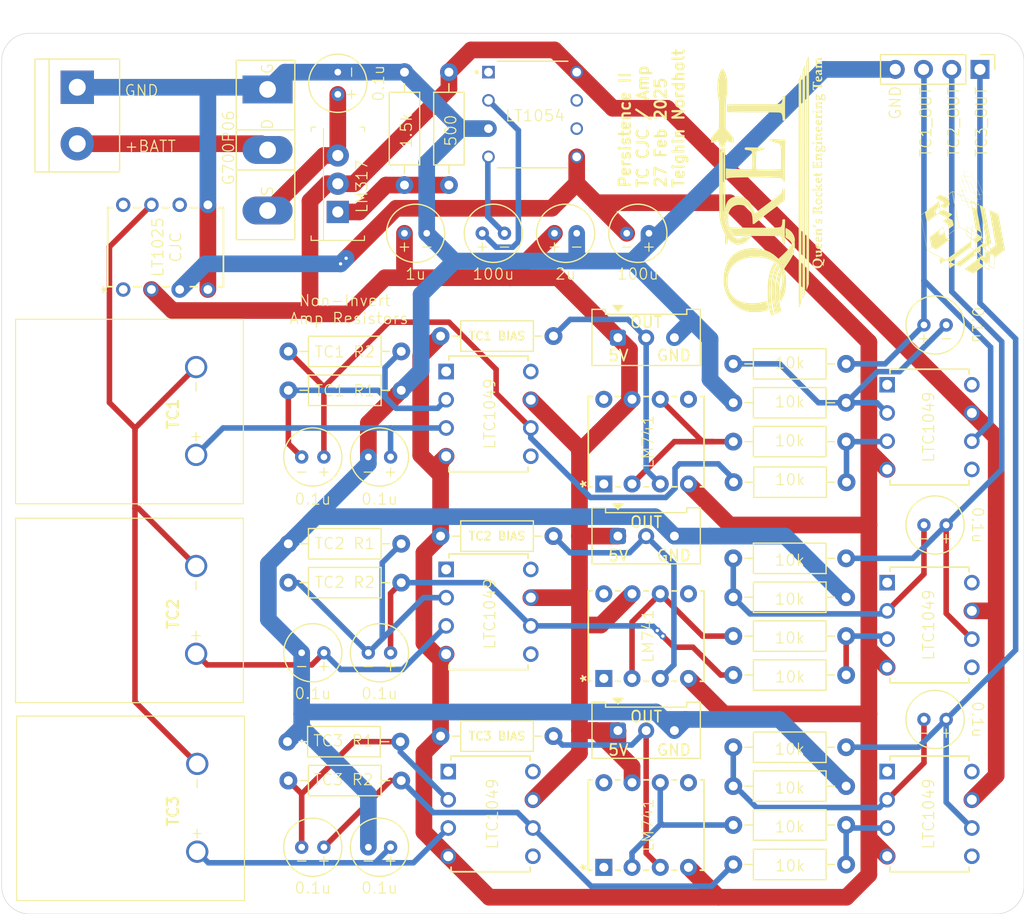
<source format=kicad_pcb>
(kicad_pcb (version 20240108) (generator "pcbnew") (generator_version "8.0")
  (layers (0 "F.Cu" signal) (31 "B.Cu" signal) (34 "B.Paste" user) (35 "F.Paste" user) (36 "B.SilkS" user "B.Silkscreen") (37 "F.SilkS" user "F.Silkscreen") (38 "B.Mask" user) (39 "F.Mask" user) (44 "Edge.Cuts" user))
  (net 0 "")
  (net 1 "SIG1_AMPED")
  (net 2 "Net-(U2--IN)")
  (net 3 "TC1_+")
  (net 4 "-BATT")
  (net 5 "Net-(U3-CAP+)")
  (net 6 "Net-(U3-CAP-)")
  (net 7 "+5V")
  (net 8 "-5V")
  (net 9 "TC1_OUT")
  (net 10 "Net-(U5--IN)")
  (net 11 "TC2_+")
  (net 12 "SIG2_AMPED")
  (net 13 "Net-(U8--IN)")
  (net 14 "Net-(U9--IN)")
  (net 15 "TC2_OUT")
  (net 16 "TC3_+")
  (net 17 "SIG3_AMPED")
  (net 18 "Net-(U12--IN)")
  (net 19 "TC3_OUT")
  (net 20 "Net-(U13--IN)")
  (net 21 "Net-(Q1-S)")
  (net 22 "TC1_-")
  (net 23 "+BATT")
  (net 24 "Net-(U7-+)")
  (net 25 "Net-(U4-+)")
  (net 26 "SIG1_BIAS")
  (net 27 "Net-(U5-+IN)")
  (net 28 "Net-(U9-+IN)")
  (net 29 "SIG2_BIAS")
  (net 30 "Net-(U11-+)")
  (net 31 "SIG3_BIAS")
  (net 32 "Net-(U13-+IN)")
  (net 33 "Net-(U14-ADJ)")
  (footprint "Footprints:PDIP-8_N" (layer "F.Cu") (at 140.81 89.81)
    (property "Reference" "U9" (hide yes))
    (property "Value" "LTC1049CN8_PBF")
  )
  (footprint "Capacitor_THT:C_Radial_D5.0mm_H5.0mm_P2.00mm" (layer "F.Cu") (at 86.5 70.88)
    (property "Reference" "C2" (hide yes))
    (property "Value" "0.1u")
  )
  (footprint "Resistor_THT:R_Axial_DIN0207_L6.3mm_D2.5mm_P10.16mm_Horizontal" (layer "F.Cu") (at 89.46 64.88 180)
    (property "Reference" "R1" (hide yes))
    (property "Value" "R_US")
  )
  (footprint "Capacitor_THT:C_Radial_D5.0mm_H5.0mm_P2.00mm" (layer "F.Cu") (at 138.5 77 180)
    (property "Reference" "C9" (hide yes))
    (property "Value" "0.1u")
  )
  (footprint "Capacitor_THT:C_Radial_D5.0mm_H5.0mm_P2.00mm" (layer "F.Cu") (at 136.5 59)
    (property "Reference" "C6" (hide yes))
    (property "Value" "0.1u")
  )
  (footprint "Resistor_THT:R_Axial_DIN0207_L6.3mm_D2.5mm_P10.16mm_Horizontal" (layer "F.Cu") (at 119.34 107.55)
    (property "Reference" "R19" (hide yes))
    (property "Value" "10k")
  )
  (footprint "Resistor_THT:R_Axial_DIN0207_L6.3mm_D2.5mm_P10.16mm_Horizontal" (layer "F.Cu") (at 129.5 66 180)
    (property "Reference" "R8" (hide yes))
    (property "Value" "10k")
  )
  (footprint "Capacitor_THT:C_Radial_D5.0mm_H5.0mm_P2.00mm" (layer "F.Cu") (at 111.75 50.75 180)
    (property "Reference" "C5" (hide yes))
    (property "Value" "100u")
  )
  (footprint "Resistor_THT:R_Axial_DIN0207_L6.3mm_D2.5mm_P10.16mm_Horizontal" (layer "F.Cu") (at 119.37 73.15)
    (property "Reference" "R6" (hide yes))
    (property "Value" "10k")
  )
  (footprint "TerminalBlock:TerminalBlock_bornier-2_P5.08mm" (layer "F.Cu") (at 60.305 37.61 -90)
    (property "Reference" "J2" (hide yes))
    (property "Value" "Screw_Terminal_01x02")
  )
  (footprint "Resistor_THT:R_Axial_DIN0207_L6.3mm_D2.5mm_P10.16mm_Horizontal" (layer "F.Cu") (at 79.3 100)
    (property "Reference" "R17" (hide yes))
    (property "Value" "R_US")
  )
  (footprint "Capacitor_THT:C_Radial_D5.0mm_H5.0mm_P2.00mm" (layer "F.Cu") (at 105.25 50.75 180)
    (property "Reference" "C4" (hide yes))
    (property "Value" "2u")
  )
  (footprint "Footprints:PDIP8_LT1025CN8-PBF_ADI" (layer "F.Cu") (at 64.44 55.81 90)
    (property "Reference" "U15" (hide yes))
    (property "Value" "LT1025CN8-PBF")
  )
  (footprint "MountingHole:MountingHole_3.2mm_M3_DIN965" (layer "F.Cu") (at 58.5 52)
    (property "Reference" "H1" (hide yes))
    (property "Value" "MountingHole")
  )
  (footprint "Resistor_THT:R_Axial_DIN0207_L6.3mm_D2.5mm_P10.16mm_Horizontal" (layer "F.Cu") (at 79.22 96.5)
    (property "Reference" "R16" (hide yes))
    (property "Value" "R_US")
  )
  (footprint "Potentiometer_THT:Potentiometer_Bourns_3386W_Horizontal" (layer "F.Cu") (at 108.96 60.1475)
    (property "Reference" "RV1" (hide yes))
    (property "Value" "R_Potentiometer_US")
  )
  (footprint "Resistor_THT:R_Axial_DIN0207_L6.3mm_D2.5mm_P10.16mm_Horizontal" (layer "F.Cu") (at 119.34 62.5)
    (property "Reference" "R7" (hide yes))
    (property "Value" "10k")
  )
  (footprint "digikey-footprints:TO-220-3" (layer "F.Cu") (at 83.75 48.83 90)
    (property "Reference" "U14" (hide yes))
    (property "Value" "LM317T")
  )
  (footprint "Resistor_THT:R_Axial_DIN0207_L6.3mm_D2.5mm_P10.16mm_Horizontal" (layer "F.Cu") (at 93 96)
    (property "Reference" "R15" (hide yes))
    (property "Value" "R_US")
  )
  (footprint "Capacitor_THT:C_Radial_D5.0mm_H5.0mm_P2.00mm" (layer "F.Cu") (at 83.75 38.25 90)
    (property "Reference" "C13" (hide yes))
    (property "Value" "0.1u")
  )
  (footprint "Resistor_THT:R_Axial_DIN0207_L6.3mm_D2.5mm_P10.16mm_Horizontal" (layer "F.Cu") (at 119.34 87)
    (property "Reference" "R11" (hide yes))
    (property "Value" "10k")
  )
  (footprint "Resistor_THT:R_Axial_DIN0207_L6.3mm_D2.5mm_P10.16mm_Horizontal" (layer "F.Cu") (at 119.34 83.5)
    (property "Reference" "R13" (hide yes))
    (property "Value" "10k")
  )
  (footprint "Capacitor_THT:C_Radial_D5.0mm_H5.0mm_P2.00mm" (layer "F.Cu") (at 138.5 94.5 180)
    (property "Reference" "C12" (hide yes))
    (property "Value" "0.1u")
  )
  (footprint "Resistor_THT:R_Axial_DIN0207_L6.3mm_D2.5mm_P10.16mm_Horizontal" (layer "F.Cu") (at 93 78)
    (property "Reference" "R3" (hide yes))
    (property "Value" "R_US")
  )
  (footprint "Footprints:PDIP-8_N" (layer "F.Cu") (at 101.31 106.81)
    (property "Reference" "U12" (hide yes))
    (property "Value" "LTC1049CN8_PBF")
  )
  (footprint "Footprints:TC_SOCKET" (layer "F.Cu") (at 54.75 84.64 90)
    (property "Reference" "J4" (hide yes))
    (property "Value" "Screw_Terminal_01x02")
  )
  (footprint "LOGO" (layer "F.Cu") (at 140.259817 50.353845 -53)
    (property "Reference" "G***" (hide yes))
    (property "Value" "LOGO" (hide yes))
  )
  (footprint "Capacitor_THT:C_Radial_D5.0mm_H5.0mm_P2.00mm" (layer "F.Cu") (at 86.5 88.5)
    (property "Reference" "C8" (hide yes))
    (property "Value" "0.1u")
  )
  (footprint "Resistor_THT:R_Axial_DIN0207_L6.3mm_D2.5mm_P10.16mm_Horizontal" (layer "F.Cu") (at 119.34 80)
    (property "Reference" "R14" (hide yes))
    (property "Value" "10k")
  )
  (footprint "Connector_PinHeader_2.54mm:PinHeader_1x04_P2.54mm_Vertical" (layer "F.Cu") (at 141.54 36 -90)
    (property "Reference" "J3" (hide yes))
    (property "Value" "Conn_01x04_Pin")
  )
  (footprint "Footprints:J08A_TEX" (layer "F.Cu") (at 107.69 73.31 90)
    (property "Reference" "U4" (hide yes))
    (property "Value" "LM741")
  )
  (footprint "Capacitor_THT:C_Radial_D5.0mm_H5.0mm_P2.00mm" (layer "F.Cu") (at 96.75 50.75)
    (property "Reference" "C3" (hide yes))
    (property "Value" "100u")
  )
  (footprint "MountingHole:MountingHole_3.2mm_M3_DIN965" (layer "F.Cu") (at 58.5 107.25)
    (property "Reference" "H3" (hide yes))
    (property "Value" "MountingHole")
  )
  (footprint "Resistor_THT:R_Axial_DIN0207_L6.3mm_D2.5mm_P10.16mm_Horizontal" (layer "F.Cu") (at 89.75 46.41 90)
    (property "Reference" "R22" (hide yes))
    (property "Value" "1.5k")
  )
  (footprint "Resistor_THT:R_Axial_DIN0207_L6.3mm_D2.5mm_P10.16mm_Horizontal" (layer "F.Cu") (at 93 60)
    (property "Reference" "R4" (hide yes))
    (property "Value" "R_US")
  )
  (footprint "Footprints:TC_SOCKET" (layer "F.Cu") (at 54.85 102.45 90)
    (property "Reference" "J5" (hide yes))
    (property "Value" "Screw_Terminal_01x02")
  )
  (footprint "Footprints:J08A_TEX" (layer "F.Cu") (at 107.69 107.81 90)
    (property "Reference" "U11" (hide yes))
    (property "Value" "LM741")
  )
  (footprint "Footprints:DIP794W45P254L959H508Q8" (layer "F.Cu") (at 101.28 40.06)
    (property "Reference" "U3" (hide yes))
    (property "Value" "LT1054")
  )
  (footprint "Resistor_THT:R_Axial_DIN0207_L6.3mm_D2.5mm_P10.16mm_Horizontal" (layer "F.Cu") (at 89.46 61.38 180)
    (property "Reference" "R2" (hide yes))
    (property "Value" "R_US")
  )
  (footprint "Resistor_THT:R_Axial_DIN0207_L6.3mm_D2.5mm_P10.16mm_Horizontal" (layer "F.Cu") (at 119.34 100.5)
    (property "Reference" "R20" (hide yes))
    (property "Value" "10k")
  )
  (footprint "Capacitor_THT:C_Radial_D5.0mm_H5.0mm_P2.00mm" (layer "F.Cu") (at 80.5 106)
    (property "Reference" "C11" (hide yes))
    (property "Value" "0.1u")
  )
  (footprint "Capacitor_THT:C_Radial_D5.0mm_H5.0mm_P2.00mm" (layer "F.Cu") (at 89.75 50.75)
    (property "Reference" "C14" (hide yes))
    (property "Value" "1u")
  )
  (footprint "Resistor_THT:R_Axial_DIN0207_L6.3mm_D2.5mm_P10.16mm_Horizontal" (layer "F.Cu") (at 119.34 97)
    (property "Reference" "R21" (hide yes))
    (property "Value" "10k")
  )
  (footprint "Resistor_THT:R_Axial_DIN0207_L6.3mm_D2.5mm_P10.16mm_Horizontal" (layer "F.Cu") (at 79.3 78.69)
    (property "Reference" "R9" (hide yes))
    (property "Value" "R_US")
  )
  (footprint "LOGO" (layer "F.Cu") (at 123.112293 47.329475 90)
    (property "Reference" "G***" (hide yes))
    (property "Value" "LOGO" (hide yes))
  )
  (footprint "Footprints:PDIP-8_N" (layer "F.Cu") (at 101.12 70.81)
    (property "Reference" "U2" (hide yes))
    (property "Value" "LTC1049CN8_PBF")
  )
  (footprint "Potentiometer_THT:Potentiometer_Bourns_3386W_Horizontal" (layer "F.Cu") (at 108.96 95.5)
    (property "Reference" "RV3" (hide yes))
    (property "Value" "R_Potentiometer_US")
  )
  (footprint "Resistor_THT:R_Axial_DIN0207_L6.3mm_D2.5mm_P10.16mm_Horizontal" (layer "F.Cu") (at 79.3 82.19)
    (property "Reference" "R10" (hide yes))
    (property "Value" "R_US")
  )
  (footprint "Resistor_THT:R_Axial_DIN0207_L6.3mm_D2.5mm_P10.16mm_Horizontal" (layer "F.Cu") (at 119.34 69.5)
    (property "Reference" "R5" (hide yes))
    (property "Value" "10k")
  )
  (footprint "Capacitor_THT:C_Radial_D5.0mm_H5.0mm_P2.00mm" (layer "F.Cu") (at 80.5 88.5)
    (property "Reference" "C7" (hide yes))
    (property "Value" "0.1u")
  )
  (footprint "Footprints:PDIP-8_N" (layer "F.Cu") (at 140.81 72)
    (property "Reference" "U5" (hide yes))
    (property "Value" "LTC1049CN8_PBF")
  )
  (footprint "Potentiometer_THT:Potentiometer_Bourns_3386W_Horizontal" (layer "F.Cu") (at 108.96 78)
    (property "Reference" "RV2" (hide yes))
    (property "Value" "R_Potentiometer_US")
  )
  (footprint "Resistor_THT:R_Axial_DIN0207_L6.3mm_D2.5mm_P10.16mm_Horizontal" (layer "F.Cu") (at 93.75 36.25 -90)
    (property "Reference" "R23" (hide yes))
    (property "Value" "500")
  )
  (footprint "Resistor_THT:R_Axial_DIN0207_L6.3mm_D2.5mm_P10.16mm_Horizontal" (layer "F.Cu") (at 119.34 104)
    (property "Reference" "R18" (hide yes))
    (property "Value" "10k")
  )
  (footprint "Footprints:J08A_TEX" (layer "F.Cu") (at 107.69 90.81 90)
    (property "Reference" "U7" (hide yes))
    (property "Value" "LM741")
  )
  (footprint "Footprints:TC_SOCKET" (layer "F.Cu") (at 54.75 66.74 90)
    (property "Reference" "J1" (hide yes))
    (property "Value" "Screw_Terminal_01x02")
  )
  (footprint "Capacitor_THT:C_Radial_D5.0mm_H5.0mm_P2.00mm" (layer "F.Cu") (at 86.5 106)
    (property "Reference" "C10" (hide yes))
    (property "Value" "0.1u")
  )
  (footprint "Footprints:PDIP-8_N" (layer "F.Cu") (at 140.81 106.81)
    (property "Reference" "U13" (hide yes))
    (property "Value" "LTC1049CN8_PBF")
  )
  (footprint "Capacitor_THT:C_Radial_D5.0mm_H5.0mm_P2.00mm" (layer "F.Cu") (at 80.5 70.88)
    (property "Reference" "C1" (hide yes))
    (property "Value" "0.1u")
  )
  (footprint "MountingHole:MountingHole_3.2mm_M3_DIN965" (layer "F.Cu") (at 132.5 52)
    (property "Reference" "H2" (hide yes))
    (property "Value" "MountingHole")
  )
  (footprint "Footprints:PFET_VERT" (layer "F.Cu") (at 77.43 37.8 -90)
    (property "Reference" "Q1" (hide yes))
    (property "Value" "PMOS")
  )
  (footprint "Resistor_THT:R_Axial_DIN0207_L6.3mm_D2.5mm_P10.16mm_Horizontal" (layer "F.Cu") (at 119.34 90.5)
    (property "Reference" "R12" (hide yes))
    (property "Value" "10k")
  )
  (footprint "Footprints:PDIP-8_N" (layer "F.Cu") (at 101.12 88.62)
    (property "Reference" "U8" (hide yes))
    (property "Value" "LTC1049CN8_PBF")
  )
  (gr_line (start 56 112) (end 143 112) (stroke (width 0.05)) (layer "Edge.Cuts"))
  (gr_line (start 145.5 35.25) (end 145.5 109.5) (stroke (width 0.05)) (layer "Edge.Cuts"))
  (gr_line (start 143 32.75) (end 56 32.75) (stroke (width 0.05)) (layer "Edge.Cuts"))
  (gr_arc (start 56 112) (mid 54.232233 111.267767) (end 53.5 109.5) (stroke (width 0.05)) (layer "Edge.Cuts"))
  (gr_line (start 53.5 35.25) (end 53.5 109.5) (stroke (width 0.05)) (layer "Edge.Cuts"))
  (gr_arc (start 53.5 35.25) (mid 54.232233 33.482233) (end 56 32.75) (stroke (width 0.05)) (layer "Edge.Cuts"))
  (gr_arc (start 143 32.75) (mid 144.767767 33.482233) (end 145.5 35.25) (stroke (width 0.05)) (layer "Edge.Cuts"))
  (gr_arc (start 145.5 109.5) (mid 144.767767 111.267767) (end 143 112) (stroke (width 0.05)) (layer "Edge.Cuts"))
  (gr_text "TC1 R2" (at 84.38 62 0) (layer "F.SilkS") (effects (font (size 1 1) (thickness 0.1)) (justify bottom)))
  (gr_text "0.1u" (at 87.5 110.25 0) (layer "F.SilkS") (effects (font (size 1 1) (thickness 0.1)) (justify bottom)))
  (gr_text "0.1u" (at 140.75 59 270) (layer "F.SilkS") (effects (font (size 1 1) (thickness 0.1)) (justify bottom)))
  (gr_text "-" (at 136.5 78.75 0) (layer "F.SilkS") (effects (font (size 1 1) (thickness 0.1)) (justify bottom)))
  (gr_text "LM741" (at 112.25 104 90) (layer "F.SilkS") (effects (font (size 1 1) (thickness 0.1)) (justify bottom)))
  (gr_text "10k" (at 124.42 87.75 0) (layer "F.SilkS") (effects (font (size 1 1) (thickness 0.1)) (justify bottom)))
  (gr_text "+" (at 82.5 107.75 0) (layer "F.SilkS") (effects (font (size 1 1) (thickness 0.1)) (justify bottom)))
  (gr_text "0.1u" (at 87.5 92.75 0) (layer "F.SilkS") (effects (font (size 1 1) (thickness 0.1)) (justify bottom)))
  (gr_text "+" (at 89.75 52.5 0) (layer "F.SilkS") (effects (font (size 1 1) (thickness 0.1)) (justify bottom)))
  (gr_text "5V" (at 109 79.75 0) (layer "F.SilkS") (effects (font (size 1 1))))
  (gr_text "5V" (at 109 61.75 0) (layer "F.SilkS") (effects (font (size 1 1))))
  (gr_text "+" (at 138.5 78.75 0) (layer "F.SilkS") (effects (font (size 1 1) (thickness 0.1)) (justify bottom)))
  (gr_text "GND" (at 114 79.75 0) (layer "F.SilkS") (effects (font (size 1 1))))
  (gr_text "LT1025\nCJC" (at 69.75 52 90) (layer "F.SilkS") (effects (font (size 1 1) (thickness 0.1)) (justify bottom)))
  (gr_text "-" (at 138.5 60.75 0) (layer "F.SilkS") (effects (font (size 1 1) (thickness 0.1)) (justify bottom)))
  (gr_text "TC3 R1" (at 84.25 97 0) (layer "F.SilkS") (effects (font (size 1 1) (thickness 0.1)) (justify bottom)))
  (gr_text "G700P06" (at 74.5 46.5 90) (layer "F.SilkS") (effects (font (size 1 1) (thickness 0.1)) (justify left bottom)))
  (gr_text "OUT" (at 111.5 76.75 0) (layer "F.SilkS") (effects (font (size 1 1))))
  (gr_text "0.1u" (at 87.5 75.25 0) (layer "F.SilkS") (effects (font (size 1 1) (thickness 0.1)) (justify bottom)))
  (gr_text "0.1u\n" (at 88 37.25 90) (layer "F.SilkS") (effects (font (size 1 1) (thickness 0.1)) (justify bottom)))
  (gr_text "10k" (at 124.42 80.75 0) (layer "F.SilkS") (effects (font (size 1 1) (thickness 0.1)) (justify bottom)))
  (gr_text "+" (at 88.5 90.25 0) (layer "F.SilkS") (effects (font (size 1 1) (thickness 0.1)) (justify bottom)))
  (gr_text "Persistence II\nTC CJC / Amp\n27 Feb 2025\nTeighin Nordholt" (at 115 46.75 90) (layer "F.SilkS") (effects (font (size 1 1) (thickness 0.2) (bold yes)) (justify left bottom)))
  (gr_text "TC2 BIAS" (at 98.08 78 0) (layer "F.SilkS") (effects (font (size 0.75 0.75))))
  (gr_text "10k" (at 124.42 66.5 0) (layer "F.SilkS") (effects (font (size 1 1) (thickness 0.1)) (justify bottom)))
  (gr_text "+" (at 88.5 72.75 0) (layer "F.SilkS") (effects (font (size 1 1) (thickness 0.1)) (justify bottom)))
  (gr_text "10k" (at 124.42 63 0) (layer "F.SilkS") (effects (font (size 1 1) (thickness 0.1)) (justify bottom)))
  (gr_text "S" (at 78 47.5 90) (layer "F.SilkS") (effects (font (size 1 1) (thickness 0.1)) (justify left bottom)))
  (gr_text "TC2_OUT" (at 139.75 37.5 90) (layer "F.SilkS") (effects (font (size 1 1) (thickness 0.1)) (justify right bottom)))
  (gr_text "LM741" (at 112.25 87 90) (layer "F.SilkS") (effects (font (size 1 1) (thickness 0.1)) (justify bottom)))
  (gr_text "1.5k" (at 90.5 41.5 90) (layer "F.SilkS") (effects (font (size 1 1) (thickness 0.1)) (justify bottom)))
  (gr_text "TC1" (at 69.5 67 90) (layer "F.SilkS") (effects (font (size 1 1) (thickness 0.2) (bold yes)) (justify bottom)))
  (gr_text "GND" (at 114 61.75 0) (layer "F.SilkS") (effects (font (size 1 1))))
  (gr_text "+" (at 82.5 90.25 0) (layer "F.SilkS") (effects (font (size 1 1) (thickness 0.1)) (justify bottom)))
  (gr_text "-" (at 80.5 107.75 0) (layer "F.SilkS") (effects (font (size 1 1) (thickness 0.1)) (justify bottom)))
  (gr_text "LTC1049" (at 98.25 103 90) (layer "F.SilkS") (effects (font (size 1 1) (thickness 0.1)) (justify bottom)))
  (gr_text "-" (at 86.5 90.25 0) (layer "F.SilkS") (effects (font (size 1 1) (thickness 0.1)) (justify bottom)))
  (gr_text "TC1 R1" (at 84.38 65.5 0) (layer "F.SilkS") (effects (font (size 1 1) (thickness 0.1)) (justify bottom)))
  (gr_text "100u" (at 110.75 55 0) (layer "F.SilkS") (effects (font (size 1 1) (thickness 0.1)) (justify bottom)))
  (gr_text "10k" (at 124.42 84.25 0) (layer "F.SilkS") (effects (font (size 1 1) (thickness 0.1)) (justify bottom)))
  (gr_text "LTC1049" (at 137.5 68.19 90) (layer "F.SilkS") (effects (font (size 1 1) (thickness 0.1)) (justify bottom)))
  (gr_text "500\n" (at 94.5 41.5 90) (layer "F.SilkS") (effects (font (size 1 1) (thickness 0.1)) (justify bottom)))
  (gr_text "-" (at 86.5 72.75 0) (layer "F.SilkS") (effects (font (size 1 1) (thickness 0.1)) (justify bottom)))
  (gr_text "1u" (at 90.75 55 0) (layer "F.SilkS") (effects (font (size 1 1) (thickness 0.1)) (justify bottom)))
  (gr_text "OUT" (at 111.5 58.75 0) (layer "F.SilkS") (effects (font (size 1 1))))
  (gr_text "-" (at 109.75 52.5 0) (layer "F.SilkS") (effects (font (size 1 1) (thickness 0.1)) (justify bottom)))
  (gr_text "LM317" (at 86.5 49 90) (layer "F.SilkS") (effects (font (size 1 1) (thickness 0.1)) (justify left bottom)))
  (gr_text "+" (at 85.5 38.25 90) (layer "F.SilkS") (effects (font (size 1 1) (thickness 0.1)) (justify bottom)))
  (gr_text "0.1u" (at 81.5 92.75 0) (layer "F.SilkS") (effects (font (size 1 1) (thickness 0.1)) (justify bottom)))
  (gr_text "-" (at 105.25 52.5 0) (layer "F.SilkS") (effects (font (size 1 1) (thickness 0.1)) (justify bottom)))
  (gr_text "TC3 BIAS" (at 98.08 96 0) (layer "F.SilkS") (effects (font (size 0.75 0.75))))
  (gr_text "LTC1049" (at 98 67 90) (layer "F.SilkS") (effects (font (size 1 1) (thickness 0.1)) (justify bottom)))
  (gr_text "10k" (at 124.42 101.25 0) (layer "F.SilkS") (effects (font (size 1 1) (thickness 0.1)) (justify bottom)))
  (gr_text "Non-Invert \nAmp Resistors" (at 84.75 59 0) (layer "F.SilkS") (effects (font (size 1 1) (thickness 0.1)) (justify bottom)))
  (gr_text "10k" (at 124.45 108.25 0) (layer "F.SilkS") (effects (font (size 1 1) (thickness 0.1)) (justify bottom)))
  (gr_text "-" (at 86.5 107.75 0) (layer "F.SilkS") (effects (font (size 1 1) (thickness 0.1)) (justify bottom)))
  (gr_text "TC2" (at 69.5 85 90) (layer "F.SilkS") (effects (font (size 1 1) (thickness 0.2) (bold yes)) (justify bottom)))
  (gr_text "+" (at 103.25 52.5 0) (layer "F.SilkS") (effects (font (size 1 1) (thickness 0.1)) (justify bottom)))
  (gr_text "0.1u" (at 81.5 110.25 0) (layer "F.SilkS") (effects (font (size 1 1) (thickness 0.1)) (justify bottom)))
  (gr_text "10k" (at 124.42 104.75 0) (layer "F.SilkS") (effects (font (size 1 1) (thickness 0.1)) (justify bottom)))
  (gr_text "GND" (at 114 97.25 0) (layer "F.SilkS") (effects (font (size 1 1))))
  (gr_text "-" (at 136.5 96.25 0) (layer "F.SilkS") (effects (font (size 1 1) (thickness 0.1)) (justify bottom)))
  (gr_text "10k" (at 124.45 73.5 0) (layer "F.SilkS") (effects (font (size 1 1) (thickness 0.1)) (justify bottom)))
  (gr_text "TC2 R1" (at 84.38 79.25 0) (layer "F.SilkS") (effects (font (size 1 1) (thickness 0.1)) (justify bottom)))
  (gr_text "10k" (at 124.42 97.75 0) (layer "F.SilkS") (effects (font (size 1 1) (thickness 0.1)) (justify bottom)))
  (gr_text "+" (at 96.75 52.5 0) (layer "F.SilkS") (effects (font (size 1 1) (thickness 0.1)) (justify bottom)))
  (gr_text "+" (at 82.5 72.75 0) (layer "F.SilkS") (effects (font (size 1 1) (thickness 0.1)) (justify bottom)))
  (gr_text "0.1u" (at 140.75 77 270) (layer "F.SilkS") (effects (font (size 1 1) (thickness 0.1)) (justify bottom)))
  (gr_text "TC3_OUT" (at 142.25 37.5 90) (layer "F.SilkS") (effects (font (size 1 1) (thickness 0.1)) (justify right bottom)))
  (gr_text "TC3" (at 69.5 102.75 90) (layer "F.SilkS") (effects (font (size 1 1) (thickness 0.2) (bold yes)) (justify bottom)))
  (gr_text "5V" (at 109 97.25 0) (layer "F.SilkS") (effects (font (size 1 1))))
  (gr_text "TC1_OUT" (at 137.25 37.5 90) (layer "F.SilkS") (effects (font (size 1 1) (thickness 0.1)) (justify right bottom)))
  (gr_text "LM741" (at 112.25 69.5 90) (layer "F.SilkS") (effects (font (size 1 1) (thickness 0.1)) (justify bottom)))
  (gr_text "2u" (at 104.25 55 0) (layer "F.SilkS") (effects (font (size 1 1) (thickness 0.1)) (justify bottom)))
  (gr_text "TC3 R2" (at 84.25 100.5 0) (layer "F.SilkS") (effects (font (size 1 1) (thickness 0.1)) (justify bottom)))
  (gr_text "GND" (at 134.5 39 90) (layer "F.SilkS") (effects (font (size 1 1) (thickness 0.1)) (justify bottom)))
  (gr_text "-" (at 80.5 72.75 0) (layer "F.SilkS") (effects (font (size 1 1) (thickness 0.1)) (justify bottom)))
  (gr_text "-" (at 98.75 52.5 0) (layer "F.SilkS") (effects (font (size 1 1) (thickness 0.1)) (justify bottom)))
  (gr_text "TC1 BIAS" (at 98.08 60 0) (layer "F.SilkS") (effects (font (size 0.75 0.75))))
  (gr_text "-" (at 80.5 90.25 0) (layer "F.SilkS") (effects (font (size 1 1) (thickness 0.1)) (justify bottom)))
  (gr_text "+" (at 136.5 60.75 0) (layer "F.SilkS") (effects (font (size 1 1) (thickness 0.1)) (justify bottom)))
  (gr_text "0.1u" (at 140.75 94.5 270) (layer "F.SilkS") (effects (font (size 1 1) (thickness 0.1)) (justify bottom)))
  (gr_text "+" (at 88.5 107.75 0) (layer "F.SilkS") (effects (font (size 1 1) (thickness 0.1)) (justify bottom)))
  (gr_text "10k" (at 124.42 70 0) (layer "F.SilkS") (effects (font (size 1 1) (thickness 0.1)) (justify bottom)))
  (gr_text "+" (at 138.5 96.25 0) (layer "F.SilkS") (effects (font (size 1 1) (thickness 0.1)) (justify bottom)))
  (gr_text "-" (at 91.75 52.5 0) (layer "F.SilkS") (effects (font (size 1 1) (thickness 0.1)) (justify bottom)))
  (gr_text "+BATT" (at 64.5 43.5 0) (layer "F.SilkS") (effects (font (size 1 1) (thickness 0.1)) (justify left bottom)))
  (gr_text "10k" (at 124.45 91.25 0) (layer "F.SilkS") (effects (font (size 1 1) (thickness 0.1)) (justify bottom)))
  (gr_text "+" (at 111.75 52.5 0) (layer "F.SilkS") (effects (font (size 1 1) (thickness 0.1)) (justify bottom)))
  (gr_text "100u" (at 97.75 55 0) (layer "F.SilkS") (effects (font (size 1 1) (thickness 0.1)) (justify bottom)))
  (gr_text "LT1054" (at 101.5 40.75 0) (layer "F.SilkS") (effects (font (size 1 1) (thickness 0.1)) (justify bottom)))
  (gr_text "OUT" (at 111.5 94.25 0) (layer "F.SilkS") (effects (font (size 1 1))))
  (gr_text "0.1u" (at 81.5 75.25 0) (layer "F.SilkS") (effects (font (size 1 1) (thickness 0.1)) (justify bottom)))
  (gr_text "D" (at 78 41.5 90) (layer "F.SilkS") (effects (font (size 1 1) (thickness 0.1)) (justify left bottom)))
  (gr_text "G" (at 78 36.5 90) (layer "F.SilkS") (effects (font (size 1 1) (thickness 0.1)) (justify left bottom)))
  (gr_text "TC2 R2" (at 84.38 82.75 0) (layer "F.SilkS") (effects (font (size 1 1) (thickness 0.1)) (justify bottom)))
  (gr_text "GND" (at 64.5 38.5 0) (layer "F.SilkS") (effects (font (size 1 1) (thickness 0.1)) (justify left bottom)))
  (gr_text "LTC1049" (at 98 85 90) (layer "F.SilkS") (effects (font (size 1 1) (thickness 0.1)) (justify bottom)))
  (gr_text "LTC1049" (at 137.5 103 90) (layer "F.SilkS") (effects (font (size 1 1) (thickness 0.1)) (justify bottom)))
  (gr_text "LTC1049" (at 137.5 86 90) (layer "F.SilkS") (effects (font (size 1 1) (thickness 0.1)) (justify bottom)))
  (gr_text "-" (at 85.5 36.25 90) (layer "F.SilkS") (effects (font (size 1 1) (thickness 0.1)) (justify bottom)))
  (segment (start 82.5 64.58) (end 82.5 70.88) (width 0.5) (layer "F.Cu") (net 1))
  (segment (start 82.5 64.58) (end 88.33 58.75) (width 0.5) (layer "F.Cu") (net 1))
  (segment (start 98 63) (end 98 65.15) (width 0.5) (layer "F.Cu") (net 1))
  (segment (start 98 65.15) (end 101.12 68.27) (width 0.5) (layer "F.Cu") (net 1))
  (segment (start 88.33 58.75) (end 93.75 58.75) (width 0.5) (layer "F.Cu") (net 1))
  (segment (start 93.75 58.75) (end 98 63) (width 0.5) (layer "F.Cu") (net 1))
  (segment (start 79.3 61.38) (end 82.5 64.58) (width 0.5) (layer "F.Cu") (net 1))
  (segment (start 114.098 73.696027) (end 114.098 71.902) (width 0.5) (layer "B.Cu") (net 1))
  (segment (start 114.098 71.902) (end 114.5 71.5) (width 0.5) (layer "B.Cu") (net 1))
  (segment (start 101.12 68.27) (end 101.12 69.164) (width 0.5) (layer "B.Cu") (net 1))
  (segment (start 114.5 71.5) (end 118 71.5) (width 0.5) (layer "B.Cu") (net 1))
  (segment (start 113.272027 74.522) (end 114.098 73.696027) (width 0.5) (layer "B.Cu") (net 1))
  (segment (start 106.478 74.522) (end 113.272027 74.522) (width 0.5) (layer "B.Cu") (net 1))
  (segment (start 119.37 72.87) (end 119.37 73.15) (width 0.5) (layer "B.Cu") (net 1))
  (segment (start 101.12 69.164) (end 106.478 74.522) (width 0.5) (layer "B.Cu") (net 1))
  (segment (start 118 71.5) (end 119.37 72.87) (width 0.5) (layer "B.Cu") (net 1))
  (segment (start 79.3 64.88) (end 79.3 69.68) (width 0.5) (layer "F.Cu") (net 2))
  (segment (start 79.3 69.68) (end 80.5 70.88) (width 0.5) (layer "F.Cu") (net 2))
  (segment (start 87.38 64.88) (end 88.5 66) (width 0.5) (layer "B.Cu") (net 2))
  (segment (start 88 65.5) (end 88.5 66) (width 0.5) (layer "B.Cu") (net 2))
  (segment (start 79.3 64.88) (end 87.38 64.88) (width 0.5) (layer "B.Cu") (net 2))
  (segment (start 88 62.84) (end 88 65.5) (width 0.5) (layer "B.Cu") (net 2))
  (segment (start 92.73 66.5) (end 93.5 65.73) (width 0.5) (layer "B.Cu") (net 2))
  (segment (start 89 66.5) (end 92.73 66.5) (width 0.5) (layer "B.Cu") (net 2))
  (segment (start 89.46 61.38) (end 88 62.84) (width 0.5) (layer "B.Cu") (net 2))
  (segment (start 88.5 66) (end 89 66.5) (width 0.5) (layer "B.Cu") (net 2))
  (segment (start 88.5 68.27) (end 93.5 68.27) (width 0.5) (layer "B.Cu") (net 3))
  (segment (start 73.42 68.27) (end 88.5 68.27) (width 0.5) (layer "B.Cu") (net 3))
  (segment (start 88.5 70.88) (end 88.5 68.27) (width 0.5) (layer "B.Cu") (net 3))
  (segment (start 71 70.69) (end 73.42 68.27) (width 0.5) (layer "B.Cu") (net 3))
  (segment (start 86.5 70.88) (end 86.5 67.84) (width 1.5) (layer "F.Cu") (net 4))
  (segment (start 86.5 67.84) (end 89.46 64.88) (width 1.5) (layer "F.Cu") (net 4))
  (segment (start 72.06 48.19) (end 72.06 55.81) (width 1.5) (layer "F.Cu") (net 4))
  (segment (start 112.29 76.25) (end 81.74 76.25) (width 1.5) (layer "B.Cu") (net 4))
  (segment (start 86.5 101.22) (end 86.5 106) (width 1.5) (layer "B.Cu") (net 4))
  (segment (start 115.5 58.5) (end 115.5 58.6875) (width 1.5) (layer "B.Cu") (net 4))
  (segment (start 115.5 58.6875) (end 114.04 60.1475) (width 1.5) (layer "B.Cu") (net 4))
  (segment (start 91.25 56.25) (end 94.25 53.25) (width 1.5) (layer "B.Cu") (net 4))
  (segment (start 77.5 80.49) (end 77.5 85.5) (width 1.5) (layer "B.Cu") (net 4))
  (segment (start 115.5 58.5) (end 117.25 60.25) (width 1.5) (layer "B.Cu") (net 4))
  (segment (start 105.25 53.25) (end 105.25 50.75) (width 1.5) (layer "B.Cu") (net 4))
  (segment (start 117.25 60.25) (end 117.25 63.91) (width 1.5) (layer "B.Cu") (net 4))
  (segment (start 123.5 94.5) (end 129.5 100.5) (width 1.5) (layer "B.Cu") (net 4))
  (segment (start 111.75 51.75) (end 127.5 36) (width 1.5) (layer "B.Cu") (net 4))
  (segment (start 80.67 93.83) (end 112.37 93.83) (width 1.5) (layer "B.Cu") (net 4))
  (segment (start 81.74 76.25) (end 81.245 76.745) (width 1.5) (layer "B.Cu") (net 4))
  (segment (start 72.1 37.61) (end 60.305 37.61) (width 1.5) (layer "B.Cu") (net 4))
  (segment (start 94.25 53.25) (end 91.75 50.75) (width 1.5) (layer "B.Cu") (net 4))
  (segment (start 80.5 95.22) (end 86.5 101.22) (width 1.5) (layer "B.Cu") (net 4))
  (segment (start 80.5 95.22) (end 79.22 96.5) (width 1.5) (layer "B.Cu") (net 4))
  (segment (start 80.5 94) (end 80.67 93.83) (width 1.5) (layer "B.Cu") (net 4))
  (segment (start 114.04 78) (end 112.29 76.25) (width 1.5) (layer "B.Cu") (net 4))
  (segment (start 115.04 94.5) (end 123.5 94.5) (width 1.5) (layer "B.Cu") (net 4))
  (segment (start 117.25 63.91) (end 119.34 66) (width 1.5) (layer "B.Cu") (net 4))
  (segment (start 77.24 37.61) (end 72.1 37.61) (width 1.5) (layer "B.Cu") (net 4))
  (segment (start 80.5 88.5) (end 80.5 94) (width 1.5) (layer "B.Cu") (net 4))
  (segment (start 77.43 37.8) (end 78.98 36.25) (width 1.5) (layer "B.Cu") (net 4))
  (segment (start 124 78) (end 129.5 83.5) (width 1.5) (layer "B.Cu") (net 4))
  (segment (start 77.43 37.8) (end 77.24 37.61) (width 1.5) (layer "B.Cu") (net 4))
  (segment (start 113.04 94.5) (end 112.37 93.83) (width 1.5) (layer "B.Cu") (net 4))
  (segment (start 117.25 78) (end 114.04 78) (width 1.5) (layer "B.Cu") (net 4))
  (segment (start 80.5 94) (end 80.5 95.22) (width 1.5) (layer "B.Cu") (net 4))
  (segment (start 105.25 53.25) (end 110.25 53.25) (width 1.5) (layer "B.Cu") (net 4))
  (segment (start 81.99 76) (end 81.245 76.745) (width 1.5) (layer "B.Cu") (net 4))
  (segment (start 115.04 94.5) (end 113.04 94.5) (width 1.5) (layer "B.Cu") (net 4))
  (segment (start 72.1 37.61) (end 72.06 37.65) (width 1.5) (layer "B.Cu") (net 4))
  (segment (start 117.25 78) (end 124 78) (width 1.5) (layer "B.Cu") (net 4))
  (segment (start 112.37 93.83) (end 114.04 95.5) (width 1.5) (layer "B.Cu") (net 4))
  (segment (start 89.46 64.88) (end 91.25 63.09) (width 1.5) (layer "B.Cu") (net 4))
  (segment (start 79.3 78.69) (end 77.5 80.49) (width 1.5) (layer "B.Cu") (net 4))
  (segment (start 89.75 36.25) (end 83.75 36.25) (width 1.5) (layer "B.Cu") (net 4))
  (segment (start 86.5 71.49) (end 81.245 76.745) (width 1.5) (layer "B.Cu") (net 4))
  (segment (start 111.75 51.75) (end 111.75 50.75) (width 1.5) (layer "B.Cu") (net 4))
  (segment (start 94.25 53.25) (end 105.25 53.25) (width 1.5) (layer "B.Cu") (net 4))
  (segment (start 114.04 95.5) (end 115.04 94.5) (width 1.5) (layer "B.Cu") (net 4))
  (segment (start 81.245 76.745) (end 79.3 78.69) (width 1.5) (layer "B.Cu") (net 4))
  (segment (start 110.25 53.25) (end 111.75 51.75) (width 1.5) (layer "B.Cu") (net 4))
  (segment (start 110.25 53.25) (end 115.5 58.5) (width 1.5) (layer "B.Cu") (net 4))
  (segment (start 91.75 44.41) (end 91.75 50.75) (width 1.5) (layer "B.Cu") (net 4))
  (segment (start 86.5 70.88) (end 86.5 71.49) (width 1.5) (layer "B.Cu") (net 4))
  (segment (start 72.06 37.65) (end 72.06 48.19) (width 1.5) (layer "B.Cu") (net 4))
  (segment (start 78.98 36.25) (end 83.75 36.25) (width 1.5) (layer "B.Cu") (net 4))
  (segment (start 127.5 36) (end 133.92 36) (width 1.5) (layer "B.Cu") (net 4))
  (segment (start 94.83 41.33) (end 91.75 44.41) (width 1.5) (layer "B.Cu") (net 4))
  (segment (start 91.25 63.09) (end 91.25 56.25) (width 1.5) (layer "B.Cu") (net 4))
  (segment (start 89.75 36.25) (end 94.83 41.33) (width 1.5) (layer "B.Cu") (net 4))
  (segment (start 94.83 41.33) (end 97.31 41.33) (width 1.5) (layer "B.Cu") (net 4))
  (segment (start 77.5 85.5) (end 80.5 88.5) (width 1.5) (layer "B.Cu") (net 4))
  (segment (start 96.75 50.75) (end 98 52) (width 0.5) (layer "B.Cu") (net 5))
  (segment (start 100 41.48) (end 97.31 38.79) (width 0.5) (layer "B.Cu") (net 5))
  (segment (start 100 51.5) (end 100 41.48) (width 0.5) (layer "B.Cu") (net 5))
  (segment (start 99.5 52) (end 100 51.5) (width 0.5) (layer "B.Cu") (net 5))
  (segment (start 98 52) (end 99.5 52) (width 0.5) (layer "B.Cu") (net 5))
  (segment (start 97.25 43.93) (end 97.31 43.87) (width 0.5) (layer "B.Cu") (net 6))
  (segment (start 97.25 49.25) (end 97.25 43.93) (width 0.5) (layer "B.Cu") (net 6))
  (segment (start 98.75 50.75) (end 97.25 49.25) (width 0.5) (layer "B.Cu") (net 6))
  (segment (start 108.5 39.5) (end 113.39 39.5) (width 1.5) (layer "F.Cu") (net 7))
  (segment (start 105.5 78) (end 105.5 83.5) (width 1.5) (layer "F.Cu") (net 7))
  (segment (start 89.75 54.5) (end 89.75 50.75) (width 1.5) (layer "F.Cu") (net 7))
  (segment (start 88 54.75) (end 86.875 55.875) (width 1.5) (layer "F.Cu") (net 7))
  (segment (start 105.25 36.25) (end 108.5 39.5) (width 1.5) (layer "F.Cu") (net 7))
  (segment (start 108.96 97.46) (end 107 95.5) (width 1.5) (layer "F.Cu") (net 7))
  (segment (start 99.25 54.75) (end 103.25 50.75) (width 1.5) (layer "F.Cu") (net 7))
  (segment (start 105.5 86) (end 107.42 86) (width 1.5) (layer "F.Cu") (net 7))
  (segment (start 107.21 68.71) (end 105.5 70.42) (width 1.5) (layer "F.Cu") (net 7))
  (segment (start 143 84.75) (end 143 99.54) (width 1.5) (layer "F.Cu") (net 7))
  (segment (start 105.5 70.42) (end 105.5 70.11) (width 1.5) (layer "F.Cu") (net 7))
  (segment (start 143 99.54) (end 140.81 101.73) (width 1.5) (layer "F.Cu") (net 7))
  (segment (start 108.96 60.1475) (end 110 61.1875) (width 1.5) (layer "F.Cu") (net 7))
  (segment (start 81.25 57.75) (end 81.5 58) (width 1.5) (layer "F.Cu") (net 7))
  (segment (start 89.5 54.75) (end 99.25 54.75) (width 1.5) (layer "F.Cu") (net 7))
  (segment (start 107.42 86) (end 110.23 83.19) (width 1.5) (layer "F.Cu") (net 7))
  (segment (start 110 61.1875) (end 110 65.46) (width 1.5) (layer "F.Cu") (net 7))
  (segment (start 93.75 36.25) (end 95.75 34.25) (width 1.5) (layer "F.Cu") (net 7))
  (segment (start 105.5 95.5) (end 106.5 95.5) (width 1.5) (layer "F.Cu") (net 7))
  (segment (start 105.5 70.42) (end 105.5 78) (width 1.5) (layer "F.Cu") (net 7))
  (segment (start 110 65.46) (end 110.23 65.69) (width 1.5) (layer "F.Cu") (net 7))
  (segment (start 81.25 47.84) (end 81.25 57.75) (width 1.5) (layer "F.Cu") (net 7))
  (segment (start 143 69.11) (end 143 84.75) (width 1.5) (layer "F.Cu") (net 7))
  (segment (start 85.21 46.29) (end 93.75 37.75) (width 1.5) (layer "F.Cu") (net 7))
  (segment (start 107 95.5) (end 106.5 95.5) (width 1.5) (layer "F.Cu") (net 7))
  (segment (start 83.75 46.29) (end 82.8 46.29) (width 1.5) (layer "F.Cu") (net 7))
  (segment (start 108.96 95.5) (end 108.96 97.46) (width 1.5) (layer "F.Cu") (net 7))
  (segment (start 105.5 97.54) (end 101.31 101.73) (width 1.5) (layer "F.Cu") (net 7))
  (segment (start 105.5 83.5) (end 105.46 83.54) (width 1.5) (layer "F.Cu") (net 7))
  (segment (start 83.75 46.29) (end 85.21 46.29) (width 1.5) (layer "F.Cu") (net 7))
  (segment (start 105.5 78) (end 108.96 78) (width 1.5) (layer "F.Cu") (net 7))
  (segment (start 99.25 54.75) (end 103.5625 54.75) (width 1.5) (layer "F.Cu") (net 7))
  (segment (start 89.5 54.75) (end 89.75 54.5) (width 1.5) (layer "F.Cu") (net 7))
  (segment (start 106.5 95.5) (end 108.96 95.5) (width 1.5) (layer "F.Cu") (net 7))
  (segment (start 110.23 65.69) (end 107.21 68.71) (width 1.5) (layer "F.Cu") (net 7))
  (segment (start 88 54.75) (end 89.5 54.75) (width 1.5) (layer "F.Cu") (net 7))
  (segment (start 105.46 83.54) (end 101.12 83.54) (width 1.5) (layer "F.Cu") (net 7))
  (segment (start 82.8 46.29) (end 81.25 47.84) (width 1.5) (layer "F.Cu") (net 7))
  (segment (start 108.96 97.46) (end 110.23 98.73) (width 1.5) (layer "F.Cu") (net 7))
  (segment (start 105.5 86) (end 105.5 95.5) (width 1.5) (layer "F.Cu") (net 7))
  (segment (start 86.875 55.875) (end 84.75 58) (width 1.5) (layer "F.Cu") (net 7))
  (segment (start 68.87 57.7) (end 66.98 55.81) (width 1.5) (layer "F.Cu") (net 7))
  (segment (start 105.5 70.11) (end 101.12 65.73) (width 1.5) (layer "F.Cu") (net 7))
  (segment (start 105.5 95.5) (end 105.5 97.54) (width 1.5) (layer "F.Cu") (net 7))
  (segment (start 103.25 34.25) (end 105.25 36.25) (width 1.5) (layer "F.Cu") (net 7))
  (segment (start 103.5625 54.75) (end 108.96 60.1475) (width 1.5) (layer "F.Cu") (net 7))
  (segment (start 110.23 98.73) (end 110.23 100.19) (width 1.5) (layer "F.Cu") (net 7))
  (segment (start 113.39 39.5) (end 140.81 66.92) (width 1.5) (layer "F.Cu") (net 7))
  (segment (start 95.75 34.25) (end 103.25 34.25) (width 1.5) (layer "F.Cu") (net 7))
  (segment (start 105.5 83.5) (end 105.5 86) (width 1.5) (layer "F.Cu") (net 7))
  (segment (start 81.2 57.7) (end 68.87 57.7) (width 1.5) (layer "F.Cu") (net 7))
  (segment (start 143 84.75) (end 142.98 84.73) (width 1.5) (layer "F.Cu") (net 7))
  (segment (start 142.98 84.73) (end 140.81 84.73) (width 1.5) (layer "F.Cu") (net 7))
  (segment (start 81.5 58) (end 81.2 57.7) (width 1.5) (layer "F.Cu") (net 7))
  (segment (start 93.75 37.75) (end 93.75 36.25) (width 1.5) (layer "F.Cu") (net 7))
  (segment (start 84.75 58) (end 81.5 58) (width 1.5) (layer "F.Cu") (net 7))
  (segment (start 140.81 66.92) (end 143 69.11) (width 1.5) (layer "F.Cu") (net 7))
  (segment (start 93 96) (end 93 89.12) (width 1.5) (layer "F.Cu") (net 8))
  (segment (start 97.38 110.5) (end 93.69 106.81) (width 1.5) (layer "F.Cu") (net 8))
  (segment (start 84 53.5) (end 89 48.5) (width 1.5) (layer "F.Cu") (net 8))
  (segment (start 131.5415 94) (end 131.5415 105.1615) (width 1.5) (layer "F.Cu") (net 8))
  (segment (start 107 48) (end 105.25 46.25) (width 1.5) (layer "F.Cu") (net 8))
  (segment (start 103 48.5) (end 105.25 46.25) (width 1.5) (layer "F.Cu") (net 8))
  (segment (start 89 48.5) (end 103 48.5) (width 1.5) (layer "F.Cu") (net 8))
  (segment (start 91.21 61.79) (end 93 60) (width 1.5) (layer "F.Cu") (net 8))
  (segment (start 93 89.12) (end 93.5 88.62) (width 1.5) (layer "F.Cu") (net 8))
  (segment (start 131.5415 94) (end 118.5 94) (width 1.5) (layer "F.Cu") (net 8))
  (segment (start 131.5415 70.3515) (end 131.5415 77) (width 1.5) (layer "F.Cu") (net 8))
  (segment (start 105.25 46.25) (end 105.25 43.87) (width 1.5) (layer "F.Cu") (net 8))
  (segment (start 131.5415 105.1615) (end 133.19 106.81) (width 1.5) (layer "F.Cu") (net 8))
  (segment (start 119 48) (end 131.5415 60.5415) (width 1.5) (layer "F.Cu") (net 8))
  (segment (start 91.5 104.62) (end 91.5 97.5) (width 1.5) (layer "F.Cu") (net 8))
  (segment (start 129.512437 110.5) (end 118 110.5) (width 1.5) (layer "F.Cu") (net 8))
  (segment (start 131.5415 88.1615) (end 133.19 89.81) (width 1.5) (layer "F.Cu") (net 8))
  (segment (start 119 77) (end 115.31 73.31) (width 1.5) (layer "F.Cu") (net 8))
  (segment (start 91.5 97.5) (end 93 96) (width 1.5) (layer "F.Cu") (net 8))
  (segment (start 109.75 50.75) (end 107 48) (width 1.5) (layer "F.Cu") (net 8))
  (segment (start 91.21 70.71) (end 91.21 61.79) (width 1.5) (layer "F.Cu") (net 8))
  (segment (start 93 78) (end 93 72.5) (width 1.5) (layer "F.Cu") (net 8))
  (segment (start 93 72.5) (end 91.21 70.71) (width 1.5) (layer "F.Cu") (net 8))
  (segment (start 118 110.5) (end 115.31 107.81) (width 1.5) (layer "F.Cu") (net 8))
  (segment (start 91.5 87.62) (end 91.5 79.5) (width 1.5) (layer "F.Cu") (net 8))
  (segment (start 91.5 79.5) (end 93 78) (width 1.5) (layer "F.Cu") (net 8))
  (segment (start 93.69 106.81) (end 91.5 104.62) (width 1.5) (layer "F.Cu") (net 8))
  (segment (start 93 71.31) (end 93.5 70.81) (width 1.5) (layer "F.Cu") (net 8))
  (segment (start 131.5415 108.470937) (end 129.512437 110.5) (width 1.5) (layer "F.Cu") (net 8))
  (segment (start 93 89.12) (end 91.5 87.62) (width 1.5) (layer "F.Cu") (net 8))
  (segment (start 118 110.5) (end 97.38 110.5) (width 1.5) (layer "F.Cu") (net 8))
  (segment (start 131.5415 60.5415) (end 131.5415 70.3515) (width 1.5) (layer "F.Cu") (net 8))
  (segment (start 131.5415 70.3515) (end 133.19 72) (width 1.5) (layer "F.Cu") (net 8))
  (segment (start 131.5415 105.1615) (end 131.5415 108.470937) (width 1.5) (layer "F.Cu") (net 8))
  (segment (start 107 48) (end 119 48) (width 1.5) (layer "F.Cu") (net 8))
  (segment (start 131.5415 77) (end 131.5415 88.1615) (width 1.5) (layer "F.Cu") (net 8))
  (segment (start 93 72.5) (end 93 71.31) (width 1.5) (layer "F.Cu") (net 8))
  (segment (start 131.5415 77) (end 119 77) (width 1.5) (layer "F.Cu") (net 8))
  (segment (start 118.5 94) (end 115.31 90.81) (width 1.5) (layer "F.Cu") (net 8))
  (segment (start 131.5415 88.1615) (end 131.5415 94) (width 1.5) (layer "F.Cu") (net 8))
  (via (at 84 53.5) (size 0.6) (drill 0.3) (layers "F.Cu" "B.Cu") (net 8))
  (via (at 84.5 53) (size 0.6) (drill 0.3) (layers "F.Cu" "B.Cu") (net 8))
  (segment (start 84.5 53) (end 84 53.5) (width 1.5) (layer "B.Cu") (net 8))
  (segment (start 71.83 53.5) (end 69.52 55.81) (width 1.5) (layer "B.Cu") (net 8))
  (segment (start 84 53.5) (end 71.83 53.5) (width 1.5) (layer "B.Cu") (net 8))
  (segment (start 140.81 69.46) (end 142.5 67.77) (width 0.5) (layer "B.Cu") (net 9))
  (segment (start 136.5 55) (end 136.5 36.04) (width 0.5) (layer "B.Cu") (net 9))
  (segment (start 133 62.5) (end 136.5 59) (width 0.5) (layer "B.Cu") (net 9))
  (segment (start 129.5 62.5) (end 133 62.5) (width 0.5) (layer "B.Cu") (net 9))
  (segment (start 136.5 59) (end 136.5 55) (width 0.5) (layer "B.Cu") (net 9))
  (segment (start 142.5 61) (end 136.5 55) (width 0.5) (layer "B.Cu") (net 9))
  (segment (start 136.5 36.04) (end 136.46 36) (width 0.5) (layer "B.Cu") (net 9))
  (segment (start 142.5 67.77) (end 142.5 61) (width 0.5) (layer "B.Cu") (net 9))
  (segment (start 127 66) (end 129.5 66) (width 0.5) (layer "B.Cu") (net 10))
  (segment (start 132.27 66) (end 133.19 66.92) (width 0.5) (layer "B.Cu") (net 10))
  (segment (start 132.3 63.2) (end 134.3 63.2) (width 0.5) (layer "B.Cu") (net 10))
  (segment (start 134.3 63.2) (end 138.5 59) (width 0.5) (layer "B.Cu") (net 10))
  (segment (start 123.5 62.5) (end 127 66) (width 0.5) (layer "B.Cu") (net 10))
  (segment (start 119.34 62.5) (end 123.5 62.5) (width 0.5) (layer "B.Cu") (net 10))
  (segment (start 129.5 66) (end 132.27 66) (width 0.5) (layer "B.Cu") (net 10))
  (segment (start 129.5 66) (end 132.3 63.2) (width 0.5) (layer "B.Cu") (net 10))
  (segment (start 72 89.59) (end 81.41 89.59) (width 0.5) (layer "F.Cu") (net 11))
  (segment (start 71 88.59) (end 72 89.59) (width 0.5) (layer "F.Cu") (net 11))
  (segment (start 81.41 89.59) (end 82.5 88.5) (width 0.5) (layer "F.Cu") (net 11))
  (segment (start 89.58 90) (end 93.5 86.08) (width 0.5) (layer "B.Cu") (net 11))
  (segment (start 84 90) (end 89.58 90) (width 0.5) (layer "B.Cu") (net 11))
  (segment (start 82.5 88.5) (end 84 90) (width 0.5) (layer "B.Cu") (net 11))
  (segment (start 88.5 83.15) (end 89.46 82.19) (width 0.5) (layer "F.Cu") (net 12))
  (segment (start 113 87) (end 114 88) (width 0.5) (layer "F.Cu") (net 12))
  (segment (start 114 88) (end 115.70863 88) (width 0.5) (layer "F.Cu") (net 12))
  (segment (start 115.70863 88) (end 118.20863 90.5) (width 0.5) (layer "F.Cu") (net 12))
  (segment (start 113 87) (end 112.5 86.5) (width 0.5) (layer "F.Cu") (net 12))
  (segment (start 118.20863 90.5) (end 119.34 90.5) (width 0.5) (layer "F.Cu") (net 12))
  (segment (start 88.5 88.5) (end 88.5 83.15) (width 0.5) (layer "F.Cu") (net 12))
  (via (at 113 87) (size 0.6) (drill 0.3) (layers "F.Cu" "B.Cu") (net 12))
  (via (at 112.5 86.5) (size 0.6) (drill 0.3) (layers "F.Cu" "B.Cu") (net 12))
  (segment (start 97.23 82.19) (end 101.12 86.08) (width 0.5) (layer "B.Cu") (net 12))
  (segment (start 89.46 82.19) (end 97.23 82.19) (width 0.5) (layer "B.Cu") (net 12))
  (segment (start 112.08 86.08) (end 113 87) (width 0.5) (layer "B.Cu") (net 12))
  (segment (start 101.12 86.08) (end 112.08 86.08) (width 0.5) (layer "B.Cu") (net 12))
  (segment (start 89.46 78.69) (end 87.75 80.4) (width 0.5) (layer "B.Cu") (net 13))
  (segment (start 91.46 83.54) (end 93.5 83.54) (width 0.5) (layer "B.Cu") (net 13))
  (segment (start 87.75 87.25) (end 91.46 83.54) (width 0.5) (layer "B.Cu") (net 13))
  (segment (start 80.19 82.19) (end 86.5 88.5) (width 0.5) (layer "B.Cu") (net 13))
  (segment (start 79.3 82.19) (end 80.19 82.19) (width 0.5) (layer "B.Cu") (net 13))
  (segment (start 87.75 80.4) (end 87.75 87.25) (width 0.5) (layer "B.Cu") (net 13))
  (segment (start 86.5 88.5) (end 87.75 87.25) (width 0.5) (layer "B.Cu") (net 13))
  (segment (start 133.19 84.73) (end 136.5 81.42) (width 0.5) (layer "F.Cu") (net 14))
  (segment (start 136.5 81.42) (end 136.5 77) (width 0.5) (layer "F.Cu") (net 14))
  (segment (start 132.92 85) (end 133.19 84.73) (width 0.5) (layer "B.Cu") (net 14))
  (segment (start 119.34 83.5) (end 120.84 85) (width 0.5) (layer "B.Cu") (net 14))
  (segment (start 119.34 80) (end 119.34 83.5) (width 0.5) (layer "B.Cu") (net 14))
  (segment (start 120.84 85) (end 132.92 85) (width 0.5) (layer "B.Cu") (net 14))
  (segment (start 140.81 87.27) (end 138.5 84.96) (width 0.5) (layer "F.Cu") (net 15))
  (segment (start 138.5 84.96) (end 138.5 77) (width 0.5) (layer "F.Cu") (net 15))
  (segment (start 135.5 80) (end 138.5 77) (width 0.5) (layer "B.Cu") (net 15))
  (segment (start 143.5 72) (end 143.5 60.5) (width 0.5) (layer "B.Cu") (net 15))
  (segment (start 139 56) (end 139 36) (width 0.5) (layer "B.Cu") (net 15))
  (segment (start 143.5 60.5) (end 139 56) (width 0.5) (layer "B.Cu") (net 15))
  (segment (start 129.5 80) (end 135.5 80) (width 0.5) (layer "B.Cu") (net 15))
  (segment (start 138.5 77) (end 143.5 72) (width 0.5) (layer "B.Cu") (net 15))
  (segment (start 90.56 107.4) (end 93.69 104.27) (width 0.5) (layer "B.Cu") (net 16))
  (segment (start 72.1 107.4) (end 87.1 107.4) (width 0.5) (layer "B.Cu") (net 16))
  (segment (start 87.1 107.4) (end 88.5 106) (width 0.5) (layer "B.Cu") (net 16))
  (segment (start 71.1 106.4) (end 72.1 107.4) (width 0.5) (layer "B.Cu") (net 16))
  (segment (start 87.1 107.4) (end 90.56 107.4) (width 0.5) (layer "B.Cu") (net 16))
  (segment (start 82.5 106) (end 88.5 100) (width 0.5) (layer "F.Cu") (net 17))
  (segment (start 88.5 100) (end 89.46 100) (width 0.5) (layer "F.Cu") (net 17))
  (segment (start 89.46 100) (end 92.3385 102.8785) (width 0.5) (layer "B.Cu") (net 17))
  (segment (start 99.9185 102.8785) (end 101.31 104.27) (width 0.5) (layer "B.Cu") (net 17))
  (segment (start 117.39 109.5) (end 119.34 107.55) (width 0.5) (layer "B.Cu") (net 17))
  (segment (start 92.3385 102.8785) (end 99.9185 102.8785) (width 0.5) (layer "B.Cu") (net 17))
  (segment (start 101.31 104.27) (end 106.54 109.5) (width 0.5) (layer "B.Cu") (net 17))
  (segment (start 106.54 109.5) (end 117.39 109.5) (width 0.5) (layer "B.Cu") (net 17))
  (segment (start 85.2 96.5) (end 89.38 96.5) (width 0.5) (layer "F.Cu") (net 18))
  (segment (start 80.5 101.2) (end 79.3 100) (width 0.5) (layer "F.Cu") (net 18))
  (segment (start 80.5 106) (end 80.5 101.2) (width 0.5) (layer "F.Cu") (net 18))
  (segment (start 80.5 101.2) (end 85.2 96.5) (width 0.5) (layer "F.Cu") (net 18))
  (segment (start 89.38 96.5) (end 89.38 97.42) (width 0.5) (layer "B.Cu") (net 18))
  (segment (start 89.38 97.42) (end 93.69 101.73) (width 0.5) (layer "B.Cu") (net 18))
  (segment (start 140.81 104.27) (end 138.5 101.96) (width 0.5) (layer "B.Cu") (net 19))
  (segment (start 141.54 57.04) (end 141.54 36) (width 0.5) (layer "B.Cu") (net 19))
  (segment (start 138.5 94.5) (end 144.75 88.25) (width 0.5) (layer "B.Cu") (net 19))
  (segment (start 138.5 101.96) (end 138.5 94.5) (width 0.5) (layer "B.Cu") (net 19))
  (segment (start 129.5 97) (end 136 97) (width 0.5) (layer "B.Cu") (net 19))
  (segment (start 144.75 88.25) (end 144.75 60.25) (width 0.5) (layer "B.Cu") (net 19))
  (segment (start 136 97) (end 138.5 94.5) (width 0.5) (layer "B.Cu") (net 19))
  (segment (start 144.75 60.25) (end 141.54 57.04) (width 0.5) (layer "B.Cu") (net 19))
  (segment (start 133.19 101.73) (end 136.5 98.42) (width 0.5) (layer "F.Cu") (net 20))
  (segment (start 136.5 98.42) (end 136.5 94.5) (width 0.5) (layer "F.Cu") (net 20))
  (segment (start 121.4285 102.4285) (end 132.4915 102.4285) (width 0.5) (layer "B.Cu") (net 20))
  (segment (start 119.5 100.5) (end 121.4285 102.4285) (width 0.5) (layer "B.Cu") (net 20))
  (segment (start 132.4915 102.4285) (end 133.19 101.73) (width 0.5) (layer "B.Cu") (net 20))
  (segment (start 119.34 97) (end 119.34 100.5) (width 0.5) (layer "B.Cu") (net 20))
  (segment (start 119.34 100.5) (end 119.5 100.5) (width 0.5) (layer "B.Cu") (net 20))
  (segment (start 82.5 43.75) (end 83.75 43.75) (width 1.5) (layer "F.Cu") (net 21))
  (segment (start 77.43 48.7) (end 77.55 48.7) (width 1.5) (layer "F.Cu") (net 21))
  (segment (start 83.75 43.75) (end 83.75 38.25) (width 1.5) (layer "F.Cu") (net 21))
  (segment (start 77.55 48.7) (end 82.5 43.75) (width 1.5) (layer "F.Cu") (net 21))
  (segment (start 65.81 75.5) (end 65.5 75.5) (width 0.5) (layer "F.Cu") (net 22))
  (segment (start 63.2 65.99) (end 63.2 51.97) (width 0.5) (layer "F.Cu") (net 22))
  (segment (start 65.5 68.5) (end 65.5 75.5) (width 0.5) (layer "F.Cu") (net 22))
  (segment (start 65.5 68.29) (end 65.5 68.5) (width 0.5) (layer "F.Cu") (net 22))
  (segment (start 65.5 75.5) (end 65.5 92.9) (width 0.5) (layer "F.Cu") (net 22))
  (segment (start 63.2 51.97) (end 66.98 48.19) (width 0.5) (layer "F.Cu") (net 22))
  (segment (start 65.5 68.29) (end 63.2 65.99) (width 0.5) (layer "F.Cu") (net 22))
  (segment (start 65.5 92.9) (end 71.1 98.5) (width 0.5) (layer "F.Cu") (net 22))
  (segment (start 71 80.69) (end 65.81 75.5) (width 0.5) (layer "F.Cu") (net 22))
  (segment (start 71 62.79) (end 65.5 68.29) (width 0.5) (layer "F.Cu") (net 22))
  (segment (start 60.305 42.69) (end 76.87 42.69) (width 1.5) (layer "F.Cu") (net 23))
  (segment (start 76.87 42.69) (end 77.43 43.25) (width 1.5) (layer "F.Cu") (net 23))
  (segment (start 111.5 78) (end 114 80.5) (width 0.5) (layer "B.Cu") (net 24))
  (segment (start 114 80.5) (end 114 89.58) (width 0.5) (layer "B.Cu") (net 24))
  (segment (start 110 79.5) (end 111.5 78) (width 0.5) (layer "B.Cu") (net 24))
  (segment (start 103.16 78) (end 104.66 79.5) (width 0.5) (layer "B.Cu") (net 24))
  (segment (start 104.66 79.5) (end 110 79.5) (width 0.5) (layer "B.Cu") (net 24))
  (segment (start 114 89.58) (end 112.77 90.81) (width 0.5) (layer "B.Cu") (net 24))
  (segment (start 109.8525 58.5) (end 111.5 60.1475) (width 0.5) (layer "B.Cu") (net 25))
  (segment (start 103.16 60) (end 104.66 58.5) (width 0.5) (layer "B.Cu") (net 25))
  (segment (start 111.5 72.04) (end 112.77 73.31) (width 0.5) (layer "B.Cu") (net 25))
  (segment (start 104.66 58.5) (end 109.8525 58.5) (width 0.5) (layer "B.Cu") (net 25))
  (segment (start 111.5 60.1475) (end 111.5 72.04) (width 0.5) (layer "B.Cu") (net 25))
  (segment (start 116.58 69.5) (end 117.5 69.5) (width 0.5) (layer "F.Cu") (net 26))
  (segment (start 110.23 73.31) (end 114.04 69.5) (width 0.5) (layer "F.Cu") (net 26))
  (segment (start 114.04 69.5) (end 117.5 69.5) (width 0.5) (layer "F.Cu") (net 26))
  (segment (start 117.5 69.5) (end 119.34 69.5) (width 0.5) (layer "F.Cu") (net 26))
  (segment (start 112.77 65.69) (end 116.58 69.5) (width 0.5) (layer "F.Cu") (net 26))
  (segment (start 129.5 69.5) (end 133.15 69.5) (width 0.5) (layer "B.Cu") (net 27))
  (segment (start 129.53 73.15) (end 129.53 69.53) (width 0.5) (layer "B.Cu") (net 27))
  (segment (start 133.15 69.5) (end 133.19 69.46) (width 0.5) (layer "B.Cu") (net 27))
  (segment (start 129.53 69.53) (end 129.5 69.5) (width 0.5) (layer "B.Cu") (net 27))
  (segment (start 129.5 90.5) (end 129.5 87) (width 0.5) (layer "F.Cu") (net 28))
  (segment (start 129.5 87) (end 132.92 87) (width 0.5) (layer "B.Cu") (net 28))
  (segment (start 132.92 87) (end 133.19 87.27) (width 0.5) (layer "B.Cu") (net 28))
  (segment (start 116.58 87) (end 119.34 87) (width 0.5) (layer "F.Cu") (net 29))
  (segment (start 112.77 83.19) (end 116.58 87) (width 0.5) (layer "F.Cu") (net 29))
  (segment (start 110.23 85.73) (end 112.77 83.19) (width 0.5) (layer "F.Cu") (net 29))
  (segment (start 110.23 90.81) (end 110.23 85.73) (width 0.5) (layer "F.Cu") (net 29))
  (segment (start 111.5 106.54) (end 112.77 107.81) (width 0.5) (layer "F.Cu") (net 30))
  (segment (start 111.5 95.5) (end 111.5 106.54) (width 0.5) (layer "F.Cu") (net 30))
  (segment (start 110.200001 96.799999) (end 111.5 95.5) (width 0.5) (layer "B.Cu") (net 30))
  (segment (start 103.16 96) (end 103.959999 96.799999) (width 0.5) (layer "B.Cu") (net 30))
  (segment (start 103.959999 96.799999) (end 110.200001 96.799999) (width 0.5) (layer "B.Cu") (net 30))
  (segment (start 112.77 103.77) (end 112.77 100.19) (width 0.5) (layer "B.Cu") (net 31))
  (segment (start 110.23 106.5) (end 112.77 103.96) (width 0.5) (layer "B.Cu") (net 31))
  (segment (start 113 104) (end 112.77 103.77) (width 0.5) (layer "B.Cu") (net 31))
  (segment (start 110.23 107.81) (end 110.23 106.5) (width 0.5) (layer "B.Cu") (net 31))
  (segment (start 119.34 104) (end 113 104) (width 0.5) (layer "B.Cu") (net 31))
  (segment (start 112.77 103.96) (end 112.77 103.77) (width 0.5) (layer "B.Cu") (net 31))
  (segment (start 129.77 104.27) (end 129.5 104) (width 0.5) (layer "B.Cu") (net 32))
  (segment (start 133.19 104.27) (end 129.77 104.27) (width 0.5) (layer "B.Cu") (net 32))
  (segment (start 129.5 107.55) (end 129.5 104) (width 0.5) (layer "B.Cu") (net 32))
  (segment (start 88.09 46.41) (end 89.75 46.41) (width 1.5) (layer "F.Cu") (net 33))
  (segment (start 83.75 48.83) (end 85.67 48.83) (width 1.5) (layer "F.Cu") (net 33))
  (segment (start 93.75 46.41) (end 89.75 46.41) (width 1.5) (layer "F.Cu") (net 33))
  (segment (start 85.67 48.83) (end 88.09 46.41) (width 1.5) (layer "F.Cu") (net 33))
)
</source>
